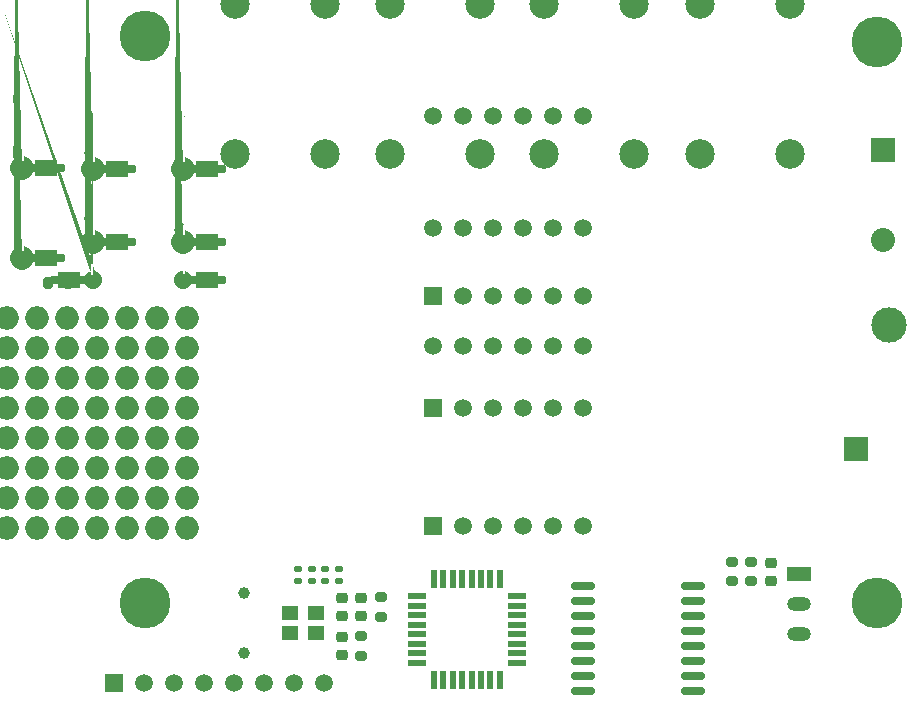
<source format=gbr>
%TF.GenerationSoftware,KiCad,Pcbnew,(6.0.0)*%
%TF.CreationDate,2022-11-14T00:42:39-08:00*%
%TF.ProjectId,digital_clock_v1,64696769-7461-46c5-9f63-6c6f636b5f76,rev?*%
%TF.SameCoordinates,Original*%
%TF.FileFunction,Soldermask,Top*%
%TF.FilePolarity,Negative*%
%FSLAX46Y46*%
G04 Gerber Fmt 4.6, Leading zero omitted, Abs format (unit mm)*
G04 Created by KiCad (PCBNEW (6.0.0)) date 2022-11-14 00:42:39*
%MOMM*%
%LPD*%
G01*
G04 APERTURE LIST*
G04 Aperture macros list*
%AMRoundRect*
0 Rectangle with rounded corners*
0 $1 Rounding radius*
0 $2 $3 $4 $5 $6 $7 $8 $9 X,Y pos of 4 corners*
0 Add a 4 corners polygon primitive as box body*
4,1,4,$2,$3,$4,$5,$6,$7,$8,$9,$2,$3,0*
0 Add four circle primitives for the rounded corners*
1,1,$1+$1,$2,$3*
1,1,$1+$1,$4,$5*
1,1,$1+$1,$6,$7*
1,1,$1+$1,$8,$9*
0 Add four rect primitives between the rounded corners*
20,1,$1+$1,$2,$3,$4,$5,0*
20,1,$1+$1,$4,$5,$6,$7,0*
20,1,$1+$1,$6,$7,$8,$9,0*
20,1,$1+$1,$8,$9,$2,$3,0*%
%AMFreePoly0*
4,1,54,0.201078,0.979575,0.387516,0.921863,0.559193,0.829038,0.709571,0.704634,0.832921,0.553392,0.924546,0.381070,0.947815,0.304000,1.093000,0.304000,1.093000,0.635000,1.107645,0.670355,1.143000,0.685000,2.921000,0.685000,2.956355,0.670355,2.971000,0.635000,2.971000,0.304000,3.556000,0.304000,3.591355,0.289355,3.606000,0.254000,3.606000,-0.254000,3.591355,-0.289355,
3.556000,-0.304000,2.971000,-0.304000,2.971000,-0.635000,2.956355,-0.670355,2.921000,-0.685000,1.143000,-0.685000,1.107645,-0.670355,1.093000,-0.635000,1.093000,-0.304000,0.947721,-0.304000,0.913545,-0.406737,0.817145,-0.576432,0.689620,-0.724172,0.535827,-0.844328,0.361625,-0.932324,0.173648,-0.984808,-0.020942,-0.999781,-0.214735,-0.976672,-0.400349,-0.916363,-0.570714,-0.821149,
-0.719340,-0.694658,-0.840567,-0.541708,-0.929776,-0.368125,-0.983571,-0.180519,-0.999903,0.013962,-0.978148,0.207912,-0.919135,0.393942,-0.825113,0.564967,-0.699663,0.714473,-0.547563,0.836764,-0.374607,0.927184,-0.187381,0.982287,0.006981,0.999976,0.201078,0.979575,0.201078,0.979575,$1*%
%AMFreePoly1*
4,1,51,0.174003,0.741867,0.334039,0.684881,0.477472,0.593856,0.597174,0.473315,0.687196,0.329249,0.743064,0.168820,0.762000,0.000000,0.761703,-0.021276,0.738060,-0.189502,0.677735,-0.348309,0.583726,-0.489804,0.460705,-0.606956,0.314786,-0.693941,0.153221,-0.746436,-0.015958,-0.761833,-0.184344,-0.739365,-0.343569,-0.680150,-0.485717,-0.587131,-0.603725,-0.464931,-0.691726,-0.319622,
-0.696923,-0.304000,-1.093000,-0.304000,-1.093000,-0.635000,-1.107645,-0.670355,-1.143000,-0.685000,-2.921000,-0.685000,-2.956355,-0.670355,-2.971000,-0.635000,-2.971000,-0.304000,-3.556000,-0.304000,-3.591355,-0.289355,-3.606000,-0.254000,-3.606000,0.254000,-3.591355,0.289355,-3.556000,0.304000,-2.971000,0.304000,-2.971000,0.635000,-2.956355,0.670355,-2.921000,0.685000,-1.143000,0.685000,
-1.107645,0.670355,-1.093000,0.635000,-1.093000,0.304000,-0.695203,0.304000,-0.682532,0.338812,-0.590508,0.481606,-0.469134,0.600464,-0.324444,0.689478,-0.163628,0.744224,0.005320,0.761981,0.174003,0.741867,0.174003,0.741867,$1*%
%AMFreePoly2*
4,1,50,0.174003,0.741867,0.334039,0.684881,0.477472,0.593856,0.597174,0.473315,0.687196,0.329249,0.695989,0.304000,1.093000,0.304000,1.093000,0.635000,1.107645,0.670355,1.143000,0.685000,2.921000,0.685000,2.956355,0.670355,2.971000,0.635000,2.971000,0.304000,3.556000,0.304000,3.591355,0.289355,3.606000,0.254000,3.606000,-0.254000,3.591355,-0.289355,3.556000,-0.304000,
2.971000,-0.304000,2.971000,-0.635000,2.956355,-0.670355,2.921000,-0.685000,1.143000,-0.685000,1.107645,-0.670355,1.093000,-0.635000,1.093000,-0.304000,0.694566,-0.304000,0.677735,-0.348309,0.583726,-0.489804,0.460705,-0.606956,0.314786,-0.693941,0.153221,-0.746436,-0.015958,-0.761833,-0.184344,-0.739365,-0.343569,-0.680150,-0.485717,-0.587131,-0.603725,-0.464931,-0.691726,-0.319622,
-0.745348,-0.158429,-0.761926,0.010639,-0.740634,0.179178,-0.682532,0.338812,-0.590508,0.481606,-0.469134,0.600464,-0.324444,0.689478,-0.163628,0.744224,0.005320,0.761981,0.174003,0.741867,0.174003,0.741867,$1*%
G04 Aperture macros list end*
%ADD10C,2.500000*%
%ADD11RoundRect,0.135000X-0.185000X0.135000X-0.185000X-0.135000X0.185000X-0.135000X0.185000X0.135000X0*%
%ADD12RoundRect,0.200000X-0.275000X0.200000X-0.275000X-0.200000X0.275000X-0.200000X0.275000X0.200000X0*%
%ADD13RoundRect,0.200000X-0.200000X-0.275000X0.200000X-0.275000X0.200000X0.275000X-0.200000X0.275000X0*%
%ADD14RoundRect,0.225000X0.250000X-0.225000X0.250000X0.225000X-0.250000X0.225000X-0.250000X-0.225000X0*%
%ADD15RoundRect,0.225000X-0.250000X0.225000X-0.250000X-0.225000X0.250000X-0.225000X0.250000X0.225000X0*%
%ADD16C,1.500000*%
%ADD17R,1.500000X1.500000*%
%ADD18O,2.000000X2.000000*%
%ADD19C,3.000000*%
%ADD20C,2.000000*%
%ADD21R,2.000000X2.100000*%
%ADD22O,1.650000X1.100000*%
%ADD23O,2.700000X1.700000*%
%ADD24R,2.032000X2.032000*%
%ADD25C,2.032000*%
%ADD26RoundRect,0.150000X-0.875000X-0.150000X0.875000X-0.150000X0.875000X0.150000X-0.875000X0.150000X0*%
%ADD27R,1.200000X2.000000*%
%ADD28O,1.200000X2.000000*%
%ADD29C,4.300000*%
%ADD30FreePoly0,0.000000*%
%ADD31FreePoly0,180.000000*%
%ADD32R,1.400000X1.200000*%
%ADD33FreePoly1,180.000000*%
%ADD34FreePoly2,180.000000*%
%ADD35C,1.000000*%
%ADD36R,0.550000X1.600000*%
%ADD37R,1.600000X0.550000*%
%ADD38O,2.000000X1.200000*%
%ADD39R,2.000000X1.200000*%
%ADD40FreePoly0,270.000000*%
%ADD41FreePoly0,90.000000*%
G04 APERTURE END LIST*
D10*
%TO.C,S4*%
X62992000Y-2286000D03*
X70612000Y-2286000D03*
X62992000Y-14986000D03*
X70612000Y-14986000D03*
%TD*%
%TO.C,S3*%
X49784000Y-2286000D03*
X57404000Y-2286000D03*
X49784000Y-14986000D03*
X57404000Y-14986000D03*
%TD*%
%TO.C,S2*%
X44323000Y-14986000D03*
X36703000Y-14986000D03*
X44323000Y-2286000D03*
X36703000Y-2286000D03*
%TD*%
%TO.C,S1*%
X31242000Y-14986000D03*
X23622000Y-14986000D03*
X31242000Y-2286000D03*
X23622000Y-2286000D03*
%TD*%
D11*
%TO.C,R9*%
X30099000Y-50163000D03*
X30099000Y-51183000D03*
%TD*%
%TO.C,R8*%
X31242000Y-50163000D03*
X31242000Y-51183000D03*
%TD*%
%TO.C,R7*%
X32385000Y-50163000D03*
X32385000Y-51183000D03*
%TD*%
%TO.C,R6*%
X28956000Y-50163000D03*
X28956000Y-51183000D03*
%TD*%
D12*
%TO.C,R5*%
X35941000Y-52502000D03*
X35941000Y-54152000D03*
%TD*%
%TO.C,R4*%
X67310000Y-49531000D03*
X67310000Y-51181000D03*
%TD*%
%TO.C,R3*%
X65659000Y-49531000D03*
X65659000Y-51181000D03*
%TD*%
%TO.C,R2*%
X34290000Y-55804000D03*
X34290000Y-57454000D03*
%TD*%
D13*
%TO.C,R1*%
X7812400Y-25894800D03*
X9462400Y-25894800D03*
%TD*%
D14*
%TO.C,C7*%
X32639000Y-57404000D03*
X32639000Y-55854000D03*
%TD*%
%TO.C,C6*%
X32639000Y-54102000D03*
X32639000Y-52552000D03*
%TD*%
D15*
%TO.C,C5*%
X34290000Y-52552000D03*
X34290000Y-54102000D03*
%TD*%
D14*
%TO.C,C1*%
X68961000Y-51131000D03*
X68961000Y-49581000D03*
%TD*%
D16*
%TO.C,Upsidedown1*%
X40400000Y-31260000D03*
X42940000Y-31260000D03*
X45480000Y-31260000D03*
X48020000Y-31260000D03*
X50560000Y-31260000D03*
X53100000Y-31260000D03*
X53100000Y-46500000D03*
X50560000Y-46500000D03*
X48020000Y-46500000D03*
X45480000Y-46500000D03*
X42940000Y-46500000D03*
D17*
X40400000Y-46500000D03*
%TD*%
D18*
%TO.C,U6*%
X19554600Y-28840000D03*
X19567300Y-31380000D03*
X19554600Y-33920000D03*
X19567300Y-36460000D03*
X19580000Y-39000000D03*
X19567300Y-41540000D03*
X19554600Y-44080000D03*
X19567300Y-46620000D03*
X17014600Y-28840000D03*
X17027300Y-31380000D03*
X17014600Y-33920000D03*
X17027300Y-36460000D03*
X17040000Y-39000000D03*
X17027300Y-41540000D03*
X17014600Y-44080000D03*
X17027300Y-46620000D03*
X14474600Y-28840000D03*
X14487300Y-31380000D03*
X14474600Y-33920000D03*
X14487300Y-36460000D03*
X14500000Y-39000000D03*
X14487300Y-41540000D03*
X14474600Y-44080000D03*
X14487300Y-46620000D03*
X11934600Y-28840000D03*
X11947300Y-31380000D03*
X11934600Y-33920000D03*
X11947300Y-36460000D03*
X11960000Y-39000000D03*
X11947300Y-41540000D03*
X11934600Y-44080000D03*
X11947300Y-46620000D03*
X9394600Y-28840000D03*
X9407300Y-31380000D03*
X9394600Y-33920000D03*
X9407300Y-36460000D03*
X9420000Y-39000000D03*
X9407300Y-41540000D03*
X9394600Y-44080000D03*
X9407300Y-46620000D03*
X6854600Y-28840000D03*
X6867300Y-31380000D03*
X6854600Y-33920000D03*
X6867300Y-36460000D03*
X6880000Y-39000000D03*
X6867300Y-41540000D03*
X6854600Y-44080000D03*
X6867300Y-46620000D03*
X4314600Y-28840000D03*
X4327300Y-31380000D03*
X4314600Y-33920000D03*
X4327300Y-36460000D03*
X4340000Y-39000000D03*
X4327300Y-41540000D03*
X4314600Y-44080000D03*
X4327300Y-46620000D03*
X1774600Y-28840000D03*
X1787300Y-31380000D03*
X1774600Y-33920000D03*
X1787300Y-36460000D03*
X1800000Y-39000000D03*
X1787300Y-41540000D03*
X1774600Y-44080000D03*
X1787300Y-46620000D03*
%TD*%
D17*
%TO.C,U5*%
X40400000Y-27000000D03*
D16*
X42940000Y-27000000D03*
X45480000Y-27000000D03*
X48020000Y-27000000D03*
X50560000Y-27000000D03*
X53100000Y-27000000D03*
X53100000Y-11760000D03*
X50560000Y-11760000D03*
X48020000Y-11760000D03*
X45480000Y-11760000D03*
X42940000Y-11760000D03*
X40400000Y-11760000D03*
%TD*%
D19*
%TO.C,S9*%
X79000000Y-29500000D03*
X84000000Y-29500000D03*
X89000000Y-29500000D03*
D20*
X84000000Y-40000000D03*
D21*
X76200000Y-40000000D03*
X91800000Y-40000000D03*
%TD*%
D22*
%TO.C,J1*%
X86350000Y-21100000D03*
X88050000Y-20300000D03*
X86350000Y-19500000D03*
X88050000Y-18700000D03*
X86350000Y-17900000D03*
D23*
X91650000Y-15850000D03*
X87139280Y-23150000D03*
X87139280Y-15850000D03*
X91650000Y-23150000D03*
%TD*%
D24*
%TO.C,BZ1*%
X78500000Y-14690000D03*
D25*
X78500000Y-22310000D03*
%TD*%
D17*
%TO.C,T2*%
X13360000Y-59750000D03*
D16*
X15900000Y-59750000D03*
X18440000Y-59750000D03*
X20980000Y-59750000D03*
X23520000Y-59750000D03*
X26060000Y-59750000D03*
X28600000Y-59750000D03*
X31140000Y-59750000D03*
%TD*%
D26*
%TO.C,U1*%
X53100000Y-51555000D03*
X53100000Y-52825000D03*
X53100000Y-54095000D03*
X53100000Y-55365000D03*
X53100000Y-56635000D03*
X53100000Y-57905000D03*
X53100000Y-59175000D03*
X53100000Y-60445000D03*
X62400000Y-60445000D03*
X62400000Y-59175000D03*
X62400000Y-57905000D03*
X62400000Y-56635000D03*
X62400000Y-55365000D03*
X62400000Y-54095000D03*
X62400000Y-52825000D03*
X62400000Y-51555000D03*
%TD*%
D27*
%TO.C,T3*%
X89154000Y-25781000D03*
D28*
X86614000Y-25781000D03*
X84074000Y-25781000D03*
%TD*%
D29*
%TO.C,H1*%
X16000000Y-53000000D03*
%TD*%
%TO.C,H2*%
X16000000Y-5000000D03*
%TD*%
%TO.C,H3*%
X78000000Y-53000000D03*
%TD*%
D30*
%TO.C,C3*%
X11634600Y-16242800D03*
D31*
X19254600Y-16242800D03*
%TD*%
D32*
%TO.C,Y1*%
X28307200Y-55546000D03*
X30507200Y-55546000D03*
X30507200Y-53846000D03*
X28307200Y-53846000D03*
%TD*%
D31*
%TO.C,C4*%
X19254600Y-22479000D03*
D30*
X11634600Y-22479000D03*
%TD*%
D33*
%TO.C,D1*%
X11557000Y-25654000D03*
D34*
X19177000Y-25654000D03*
%TD*%
D35*
%TO.C,Y2*%
X24407200Y-52156000D03*
X24407200Y-57236000D03*
%TD*%
D36*
%TO.C,U4*%
X40450000Y-51000000D03*
X41250000Y-51000000D03*
X42050000Y-51000000D03*
X42850000Y-51000000D03*
X43650000Y-51000000D03*
X44450000Y-51000000D03*
X45250000Y-51000000D03*
X46050000Y-51000000D03*
D37*
X47500000Y-52450000D03*
X47500000Y-53250000D03*
X47500000Y-54050000D03*
X47500000Y-54850000D03*
X47500000Y-55650000D03*
X47500000Y-56450000D03*
X47500000Y-57250000D03*
X47500000Y-58050000D03*
D36*
X46050000Y-59500000D03*
X45250000Y-59500000D03*
X44450000Y-59500000D03*
X43650000Y-59500000D03*
X42850000Y-59500000D03*
X42050000Y-59500000D03*
X41250000Y-59500000D03*
X40450000Y-59500000D03*
D37*
X39000000Y-58050000D03*
X39000000Y-57250000D03*
X39000000Y-56450000D03*
X39000000Y-55650000D03*
X39000000Y-54850000D03*
X39000000Y-54050000D03*
X39000000Y-53250000D03*
X39000000Y-52450000D03*
%TD*%
D38*
%TO.C,T1*%
X71374000Y-55652500D03*
X71374000Y-53112500D03*
D39*
X71374000Y-50572500D03*
%TD*%
D40*
%TO.C,C2*%
X5589400Y-16141200D03*
D41*
X5589400Y-23761200D03*
%TD*%
D29*
%TO.C,H4*%
X78000000Y-5500000D03*
%TD*%
D17*
%TO.C,U3*%
X40400000Y-36500000D03*
D16*
X42940000Y-36500000D03*
X45480000Y-36500000D03*
X48020000Y-36500000D03*
X50560000Y-36500000D03*
X53100000Y-36500000D03*
X53100000Y-21260000D03*
X50560000Y-21260000D03*
X48020000Y-21260000D03*
X45480000Y-21260000D03*
X42940000Y-21260000D03*
X40400000Y-21260000D03*
%TD*%
M02*

</source>
